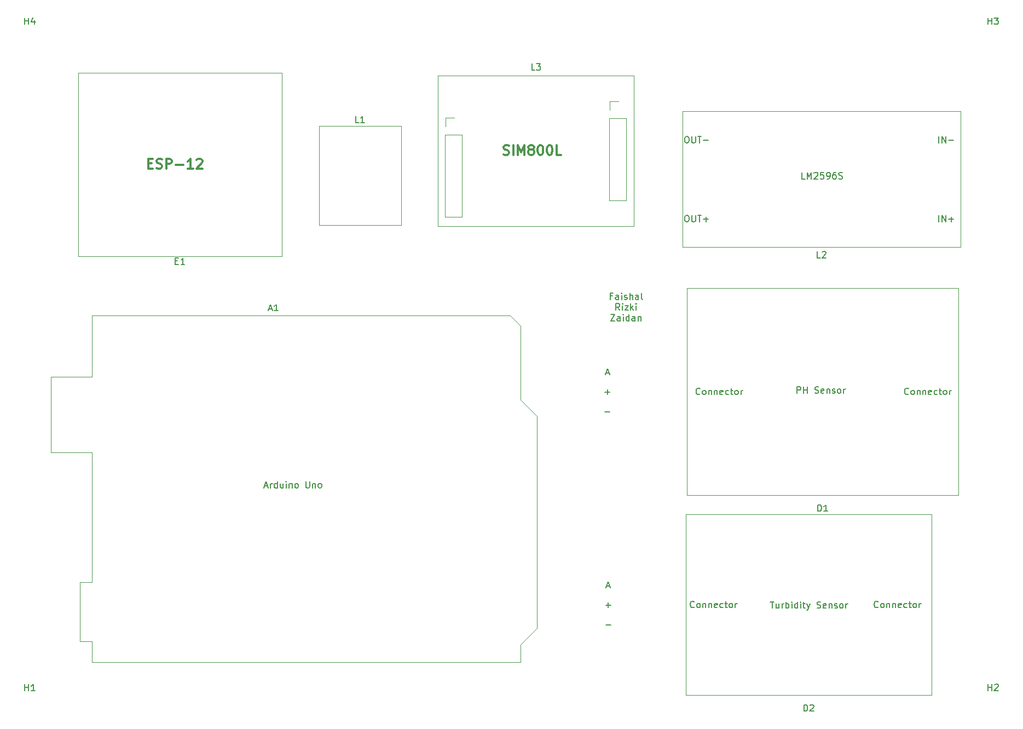
<source format=gbr>
%TF.GenerationSoftware,KiCad,Pcbnew,(5.1.10)-1*%
%TF.CreationDate,2022-01-13T05:40:57+07:00*%
%TF.ProjectId,Atuph,41747570-682e-46b6-9963-61645f706362,rev?*%
%TF.SameCoordinates,Original*%
%TF.FileFunction,Legend,Top*%
%TF.FilePolarity,Positive*%
%FSLAX46Y46*%
G04 Gerber Fmt 4.6, Leading zero omitted, Abs format (unit mm)*
G04 Created by KiCad (PCBNEW (5.1.10)-1) date 2022-01-13 05:40:57*
%MOMM*%
%LPD*%
G01*
G04 APERTURE LIST*
%ADD10C,0.150000*%
%ADD11C,0.300000*%
%ADD12C,0.120000*%
G04 APERTURE END LIST*
D10*
X167108952Y-71449571D02*
X166775619Y-71449571D01*
X166775619Y-71973380D02*
X166775619Y-70973380D01*
X167251809Y-70973380D01*
X168061333Y-71973380D02*
X168061333Y-71449571D01*
X168013714Y-71354333D01*
X167918476Y-71306714D01*
X167728000Y-71306714D01*
X167632761Y-71354333D01*
X168061333Y-71925761D02*
X167966095Y-71973380D01*
X167728000Y-71973380D01*
X167632761Y-71925761D01*
X167585142Y-71830523D01*
X167585142Y-71735285D01*
X167632761Y-71640047D01*
X167728000Y-71592428D01*
X167966095Y-71592428D01*
X168061333Y-71544809D01*
X168537523Y-71973380D02*
X168537523Y-71306714D01*
X168537523Y-70973380D02*
X168489904Y-71021000D01*
X168537523Y-71068619D01*
X168585142Y-71021000D01*
X168537523Y-70973380D01*
X168537523Y-71068619D01*
X168966095Y-71925761D02*
X169061333Y-71973380D01*
X169251809Y-71973380D01*
X169347047Y-71925761D01*
X169394666Y-71830523D01*
X169394666Y-71782904D01*
X169347047Y-71687666D01*
X169251809Y-71640047D01*
X169108952Y-71640047D01*
X169013714Y-71592428D01*
X168966095Y-71497190D01*
X168966095Y-71449571D01*
X169013714Y-71354333D01*
X169108952Y-71306714D01*
X169251809Y-71306714D01*
X169347047Y-71354333D01*
X169823238Y-71973380D02*
X169823238Y-70973380D01*
X170251809Y-71973380D02*
X170251809Y-71449571D01*
X170204190Y-71354333D01*
X170108952Y-71306714D01*
X169966095Y-71306714D01*
X169870857Y-71354333D01*
X169823238Y-71401952D01*
X171156571Y-71973380D02*
X171156571Y-71449571D01*
X171108952Y-71354333D01*
X171013714Y-71306714D01*
X170823238Y-71306714D01*
X170728000Y-71354333D01*
X171156571Y-71925761D02*
X171061333Y-71973380D01*
X170823238Y-71973380D01*
X170728000Y-71925761D01*
X170680380Y-71830523D01*
X170680380Y-71735285D01*
X170728000Y-71640047D01*
X170823238Y-71592428D01*
X171061333Y-71592428D01*
X171156571Y-71544809D01*
X171775619Y-71973380D02*
X171680380Y-71925761D01*
X171632761Y-71830523D01*
X171632761Y-70973380D01*
X168251809Y-73623380D02*
X167918476Y-73147190D01*
X167680380Y-73623380D02*
X167680380Y-72623380D01*
X168061333Y-72623380D01*
X168156571Y-72671000D01*
X168204190Y-72718619D01*
X168251809Y-72813857D01*
X168251809Y-72956714D01*
X168204190Y-73051952D01*
X168156571Y-73099571D01*
X168061333Y-73147190D01*
X167680380Y-73147190D01*
X168680380Y-73623380D02*
X168680380Y-72956714D01*
X168680380Y-72623380D02*
X168632761Y-72671000D01*
X168680380Y-72718619D01*
X168728000Y-72671000D01*
X168680380Y-72623380D01*
X168680380Y-72718619D01*
X169061333Y-72956714D02*
X169585142Y-72956714D01*
X169061333Y-73623380D01*
X169585142Y-73623380D01*
X169966095Y-73623380D02*
X169966095Y-72623380D01*
X170061333Y-73242428D02*
X170347047Y-73623380D01*
X170347047Y-72956714D02*
X169966095Y-73337666D01*
X170775619Y-73623380D02*
X170775619Y-72956714D01*
X170775619Y-72623380D02*
X170728000Y-72671000D01*
X170775619Y-72718619D01*
X170823238Y-72671000D01*
X170775619Y-72623380D01*
X170775619Y-72718619D01*
X166847047Y-74273380D02*
X167513714Y-74273380D01*
X166847047Y-75273380D01*
X167513714Y-75273380D01*
X168323238Y-75273380D02*
X168323238Y-74749571D01*
X168275619Y-74654333D01*
X168180380Y-74606714D01*
X167989904Y-74606714D01*
X167894666Y-74654333D01*
X168323238Y-75225761D02*
X168228000Y-75273380D01*
X167989904Y-75273380D01*
X167894666Y-75225761D01*
X167847047Y-75130523D01*
X167847047Y-75035285D01*
X167894666Y-74940047D01*
X167989904Y-74892428D01*
X168228000Y-74892428D01*
X168323238Y-74844809D01*
X168799428Y-75273380D02*
X168799428Y-74606714D01*
X168799428Y-74273380D02*
X168751809Y-74321000D01*
X168799428Y-74368619D01*
X168847047Y-74321000D01*
X168799428Y-74273380D01*
X168799428Y-74368619D01*
X169704190Y-75273380D02*
X169704190Y-74273380D01*
X169704190Y-75225761D02*
X169608952Y-75273380D01*
X169418476Y-75273380D01*
X169323238Y-75225761D01*
X169275619Y-75178142D01*
X169228000Y-75082904D01*
X169228000Y-74797190D01*
X169275619Y-74701952D01*
X169323238Y-74654333D01*
X169418476Y-74606714D01*
X169608952Y-74606714D01*
X169704190Y-74654333D01*
X170608952Y-75273380D02*
X170608952Y-74749571D01*
X170561333Y-74654333D01*
X170466095Y-74606714D01*
X170275619Y-74606714D01*
X170180380Y-74654333D01*
X170608952Y-75225761D02*
X170513714Y-75273380D01*
X170275619Y-75273380D01*
X170180380Y-75225761D01*
X170132761Y-75130523D01*
X170132761Y-75035285D01*
X170180380Y-74940047D01*
X170275619Y-74892428D01*
X170513714Y-74892428D01*
X170608952Y-74844809D01*
X171085142Y-74606714D02*
X171085142Y-75273380D01*
X171085142Y-74701952D02*
X171132761Y-74654333D01*
X171228000Y-74606714D01*
X171370857Y-74606714D01*
X171466095Y-74654333D01*
X171513714Y-74749571D01*
X171513714Y-75273380D01*
X113329238Y-100814666D02*
X113805428Y-100814666D01*
X113234000Y-101100380D02*
X113567333Y-100100380D01*
X113900666Y-101100380D01*
X114234000Y-101100380D02*
X114234000Y-100433714D01*
X114234000Y-100624190D02*
X114281619Y-100528952D01*
X114329238Y-100481333D01*
X114424476Y-100433714D01*
X114519714Y-100433714D01*
X115281619Y-101100380D02*
X115281619Y-100100380D01*
X115281619Y-101052761D02*
X115186380Y-101100380D01*
X114995904Y-101100380D01*
X114900666Y-101052761D01*
X114853047Y-101005142D01*
X114805428Y-100909904D01*
X114805428Y-100624190D01*
X114853047Y-100528952D01*
X114900666Y-100481333D01*
X114995904Y-100433714D01*
X115186380Y-100433714D01*
X115281619Y-100481333D01*
X116186380Y-100433714D02*
X116186380Y-101100380D01*
X115757809Y-100433714D02*
X115757809Y-100957523D01*
X115805428Y-101052761D01*
X115900666Y-101100380D01*
X116043523Y-101100380D01*
X116138761Y-101052761D01*
X116186380Y-101005142D01*
X116662571Y-101100380D02*
X116662571Y-100433714D01*
X116662571Y-100100380D02*
X116614952Y-100148000D01*
X116662571Y-100195619D01*
X116710190Y-100148000D01*
X116662571Y-100100380D01*
X116662571Y-100195619D01*
X117138761Y-100433714D02*
X117138761Y-101100380D01*
X117138761Y-100528952D02*
X117186380Y-100481333D01*
X117281619Y-100433714D01*
X117424476Y-100433714D01*
X117519714Y-100481333D01*
X117567333Y-100576571D01*
X117567333Y-101100380D01*
X118186380Y-101100380D02*
X118091142Y-101052761D01*
X118043523Y-101005142D01*
X117995904Y-100909904D01*
X117995904Y-100624190D01*
X118043523Y-100528952D01*
X118091142Y-100481333D01*
X118186380Y-100433714D01*
X118329238Y-100433714D01*
X118424476Y-100481333D01*
X118472095Y-100528952D01*
X118519714Y-100624190D01*
X118519714Y-100909904D01*
X118472095Y-101005142D01*
X118424476Y-101052761D01*
X118329238Y-101100380D01*
X118186380Y-101100380D01*
X119710190Y-100100380D02*
X119710190Y-100909904D01*
X119757809Y-101005142D01*
X119805428Y-101052761D01*
X119900666Y-101100380D01*
X120091142Y-101100380D01*
X120186380Y-101052761D01*
X120234000Y-101005142D01*
X120281619Y-100909904D01*
X120281619Y-100100380D01*
X120757809Y-100433714D02*
X120757809Y-101100380D01*
X120757809Y-100528952D02*
X120805428Y-100481333D01*
X120900666Y-100433714D01*
X121043523Y-100433714D01*
X121138761Y-100481333D01*
X121186380Y-100576571D01*
X121186380Y-101100380D01*
X121805428Y-101100380D02*
X121710190Y-101052761D01*
X121662571Y-101005142D01*
X121614952Y-100909904D01*
X121614952Y-100624190D01*
X121662571Y-100528952D01*
X121710190Y-100481333D01*
X121805428Y-100433714D01*
X121948285Y-100433714D01*
X122043523Y-100481333D01*
X122091142Y-100528952D01*
X122138761Y-100624190D01*
X122138761Y-100909904D01*
X122091142Y-101005142D01*
X122043523Y-101052761D01*
X121948285Y-101100380D01*
X121805428Y-101100380D01*
X191532000Y-118700380D02*
X192103428Y-118700380D01*
X191817714Y-119700380D02*
X191817714Y-118700380D01*
X192865333Y-119033714D02*
X192865333Y-119700380D01*
X192436761Y-119033714D02*
X192436761Y-119557523D01*
X192484380Y-119652761D01*
X192579619Y-119700380D01*
X192722476Y-119700380D01*
X192817714Y-119652761D01*
X192865333Y-119605142D01*
X193341523Y-119700380D02*
X193341523Y-119033714D01*
X193341523Y-119224190D02*
X193389142Y-119128952D01*
X193436761Y-119081333D01*
X193532000Y-119033714D01*
X193627238Y-119033714D01*
X193960571Y-119700380D02*
X193960571Y-118700380D01*
X193960571Y-119081333D02*
X194055809Y-119033714D01*
X194246285Y-119033714D01*
X194341523Y-119081333D01*
X194389142Y-119128952D01*
X194436761Y-119224190D01*
X194436761Y-119509904D01*
X194389142Y-119605142D01*
X194341523Y-119652761D01*
X194246285Y-119700380D01*
X194055809Y-119700380D01*
X193960571Y-119652761D01*
X194865333Y-119700380D02*
X194865333Y-119033714D01*
X194865333Y-118700380D02*
X194817714Y-118748000D01*
X194865333Y-118795619D01*
X194912952Y-118748000D01*
X194865333Y-118700380D01*
X194865333Y-118795619D01*
X195770095Y-119700380D02*
X195770095Y-118700380D01*
X195770095Y-119652761D02*
X195674857Y-119700380D01*
X195484380Y-119700380D01*
X195389142Y-119652761D01*
X195341523Y-119605142D01*
X195293904Y-119509904D01*
X195293904Y-119224190D01*
X195341523Y-119128952D01*
X195389142Y-119081333D01*
X195484380Y-119033714D01*
X195674857Y-119033714D01*
X195770095Y-119081333D01*
X196246285Y-119700380D02*
X196246285Y-119033714D01*
X196246285Y-118700380D02*
X196198666Y-118748000D01*
X196246285Y-118795619D01*
X196293904Y-118748000D01*
X196246285Y-118700380D01*
X196246285Y-118795619D01*
X196579619Y-119033714D02*
X196960571Y-119033714D01*
X196722476Y-118700380D02*
X196722476Y-119557523D01*
X196770095Y-119652761D01*
X196865333Y-119700380D01*
X196960571Y-119700380D01*
X197198666Y-119033714D02*
X197436761Y-119700380D01*
X197674857Y-119033714D02*
X197436761Y-119700380D01*
X197341523Y-119938476D01*
X197293904Y-119986095D01*
X197198666Y-120033714D01*
X198770095Y-119652761D02*
X198912952Y-119700380D01*
X199151047Y-119700380D01*
X199246285Y-119652761D01*
X199293904Y-119605142D01*
X199341523Y-119509904D01*
X199341523Y-119414666D01*
X199293904Y-119319428D01*
X199246285Y-119271809D01*
X199151047Y-119224190D01*
X198960571Y-119176571D01*
X198865333Y-119128952D01*
X198817714Y-119081333D01*
X198770095Y-118986095D01*
X198770095Y-118890857D01*
X198817714Y-118795619D01*
X198865333Y-118748000D01*
X198960571Y-118700380D01*
X199198666Y-118700380D01*
X199341523Y-118748000D01*
X200151047Y-119652761D02*
X200055809Y-119700380D01*
X199865333Y-119700380D01*
X199770095Y-119652761D01*
X199722476Y-119557523D01*
X199722476Y-119176571D01*
X199770095Y-119081333D01*
X199865333Y-119033714D01*
X200055809Y-119033714D01*
X200151047Y-119081333D01*
X200198666Y-119176571D01*
X200198666Y-119271809D01*
X199722476Y-119367047D01*
X200627238Y-119033714D02*
X200627238Y-119700380D01*
X200627238Y-119128952D02*
X200674857Y-119081333D01*
X200770095Y-119033714D01*
X200912952Y-119033714D01*
X201008190Y-119081333D01*
X201055809Y-119176571D01*
X201055809Y-119700380D01*
X201484380Y-119652761D02*
X201579619Y-119700380D01*
X201770095Y-119700380D01*
X201865333Y-119652761D01*
X201912952Y-119557523D01*
X201912952Y-119509904D01*
X201865333Y-119414666D01*
X201770095Y-119367047D01*
X201627238Y-119367047D01*
X201532000Y-119319428D01*
X201484380Y-119224190D01*
X201484380Y-119176571D01*
X201532000Y-119081333D01*
X201627238Y-119033714D01*
X201770095Y-119033714D01*
X201865333Y-119081333D01*
X202484380Y-119700380D02*
X202389142Y-119652761D01*
X202341523Y-119605142D01*
X202293904Y-119509904D01*
X202293904Y-119224190D01*
X202341523Y-119128952D01*
X202389142Y-119081333D01*
X202484380Y-119033714D01*
X202627238Y-119033714D01*
X202722476Y-119081333D01*
X202770095Y-119128952D01*
X202817714Y-119224190D01*
X202817714Y-119509904D01*
X202770095Y-119605142D01*
X202722476Y-119652761D01*
X202627238Y-119700380D01*
X202484380Y-119700380D01*
X203246285Y-119700380D02*
X203246285Y-119033714D01*
X203246285Y-119224190D02*
X203293904Y-119128952D01*
X203341523Y-119081333D01*
X203436761Y-119033714D01*
X203532000Y-119033714D01*
X195669523Y-86475380D02*
X195669523Y-85475380D01*
X196050476Y-85475380D01*
X196145714Y-85523000D01*
X196193333Y-85570619D01*
X196240952Y-85665857D01*
X196240952Y-85808714D01*
X196193333Y-85903952D01*
X196145714Y-85951571D01*
X196050476Y-85999190D01*
X195669523Y-85999190D01*
X196669523Y-86475380D02*
X196669523Y-85475380D01*
X196669523Y-85951571D02*
X197240952Y-85951571D01*
X197240952Y-86475380D02*
X197240952Y-85475380D01*
X198431428Y-86427761D02*
X198574285Y-86475380D01*
X198812380Y-86475380D01*
X198907619Y-86427761D01*
X198955238Y-86380142D01*
X199002857Y-86284904D01*
X199002857Y-86189666D01*
X198955238Y-86094428D01*
X198907619Y-86046809D01*
X198812380Y-85999190D01*
X198621904Y-85951571D01*
X198526666Y-85903952D01*
X198479047Y-85856333D01*
X198431428Y-85761095D01*
X198431428Y-85665857D01*
X198479047Y-85570619D01*
X198526666Y-85523000D01*
X198621904Y-85475380D01*
X198860000Y-85475380D01*
X199002857Y-85523000D01*
X199812380Y-86427761D02*
X199717142Y-86475380D01*
X199526666Y-86475380D01*
X199431428Y-86427761D01*
X199383809Y-86332523D01*
X199383809Y-85951571D01*
X199431428Y-85856333D01*
X199526666Y-85808714D01*
X199717142Y-85808714D01*
X199812380Y-85856333D01*
X199860000Y-85951571D01*
X199860000Y-86046809D01*
X199383809Y-86142047D01*
X200288571Y-85808714D02*
X200288571Y-86475380D01*
X200288571Y-85903952D02*
X200336190Y-85856333D01*
X200431428Y-85808714D01*
X200574285Y-85808714D01*
X200669523Y-85856333D01*
X200717142Y-85951571D01*
X200717142Y-86475380D01*
X201145714Y-86427761D02*
X201240952Y-86475380D01*
X201431428Y-86475380D01*
X201526666Y-86427761D01*
X201574285Y-86332523D01*
X201574285Y-86284904D01*
X201526666Y-86189666D01*
X201431428Y-86142047D01*
X201288571Y-86142047D01*
X201193333Y-86094428D01*
X201145714Y-85999190D01*
X201145714Y-85951571D01*
X201193333Y-85856333D01*
X201288571Y-85808714D01*
X201431428Y-85808714D01*
X201526666Y-85856333D01*
X202145714Y-86475380D02*
X202050476Y-86427761D01*
X202002857Y-86380142D01*
X201955238Y-86284904D01*
X201955238Y-85999190D01*
X202002857Y-85903952D01*
X202050476Y-85856333D01*
X202145714Y-85808714D01*
X202288571Y-85808714D01*
X202383809Y-85856333D01*
X202431428Y-85903952D01*
X202479047Y-85999190D01*
X202479047Y-86284904D01*
X202431428Y-86380142D01*
X202383809Y-86427761D01*
X202288571Y-86475380D01*
X202145714Y-86475380D01*
X202907619Y-86475380D02*
X202907619Y-85808714D01*
X202907619Y-85999190D02*
X202955238Y-85903952D01*
X203002857Y-85856333D01*
X203098095Y-85808714D01*
X203193333Y-85808714D01*
X196905142Y-53346380D02*
X196428952Y-53346380D01*
X196428952Y-52346380D01*
X197238476Y-53346380D02*
X197238476Y-52346380D01*
X197571809Y-53060666D01*
X197905142Y-52346380D01*
X197905142Y-53346380D01*
X198333714Y-52441619D02*
X198381333Y-52394000D01*
X198476571Y-52346380D01*
X198714666Y-52346380D01*
X198809904Y-52394000D01*
X198857523Y-52441619D01*
X198905142Y-52536857D01*
X198905142Y-52632095D01*
X198857523Y-52774952D01*
X198286095Y-53346380D01*
X198905142Y-53346380D01*
X199809904Y-52346380D02*
X199333714Y-52346380D01*
X199286095Y-52822571D01*
X199333714Y-52774952D01*
X199428952Y-52727333D01*
X199667047Y-52727333D01*
X199762285Y-52774952D01*
X199809904Y-52822571D01*
X199857523Y-52917809D01*
X199857523Y-53155904D01*
X199809904Y-53251142D01*
X199762285Y-53298761D01*
X199667047Y-53346380D01*
X199428952Y-53346380D01*
X199333714Y-53298761D01*
X199286095Y-53251142D01*
X200333714Y-53346380D02*
X200524190Y-53346380D01*
X200619428Y-53298761D01*
X200667047Y-53251142D01*
X200762285Y-53108285D01*
X200809904Y-52917809D01*
X200809904Y-52536857D01*
X200762285Y-52441619D01*
X200714666Y-52394000D01*
X200619428Y-52346380D01*
X200428952Y-52346380D01*
X200333714Y-52394000D01*
X200286095Y-52441619D01*
X200238476Y-52536857D01*
X200238476Y-52774952D01*
X200286095Y-52870190D01*
X200333714Y-52917809D01*
X200428952Y-52965428D01*
X200619428Y-52965428D01*
X200714666Y-52917809D01*
X200762285Y-52870190D01*
X200809904Y-52774952D01*
X201667047Y-52346380D02*
X201476571Y-52346380D01*
X201381333Y-52394000D01*
X201333714Y-52441619D01*
X201238476Y-52584476D01*
X201190857Y-52774952D01*
X201190857Y-53155904D01*
X201238476Y-53251142D01*
X201286095Y-53298761D01*
X201381333Y-53346380D01*
X201571809Y-53346380D01*
X201667047Y-53298761D01*
X201714666Y-53251142D01*
X201762285Y-53155904D01*
X201762285Y-52917809D01*
X201714666Y-52822571D01*
X201667047Y-52774952D01*
X201571809Y-52727333D01*
X201381333Y-52727333D01*
X201286095Y-52774952D01*
X201238476Y-52822571D01*
X201190857Y-52917809D01*
X202143238Y-53298761D02*
X202286095Y-53346380D01*
X202524190Y-53346380D01*
X202619428Y-53298761D01*
X202667047Y-53251142D01*
X202714666Y-53155904D01*
X202714666Y-53060666D01*
X202667047Y-52965428D01*
X202619428Y-52917809D01*
X202524190Y-52870190D01*
X202333714Y-52822571D01*
X202238476Y-52774952D01*
X202190857Y-52727333D01*
X202143238Y-52632095D01*
X202143238Y-52536857D01*
X202190857Y-52441619D01*
X202238476Y-52394000D01*
X202333714Y-52346380D01*
X202571809Y-52346380D01*
X202714666Y-52394000D01*
D11*
X150274142Y-49552142D02*
X150488428Y-49623571D01*
X150845571Y-49623571D01*
X150988428Y-49552142D01*
X151059857Y-49480714D01*
X151131285Y-49337857D01*
X151131285Y-49195000D01*
X151059857Y-49052142D01*
X150988428Y-48980714D01*
X150845571Y-48909285D01*
X150559857Y-48837857D01*
X150417000Y-48766428D01*
X150345571Y-48695000D01*
X150274142Y-48552142D01*
X150274142Y-48409285D01*
X150345571Y-48266428D01*
X150417000Y-48195000D01*
X150559857Y-48123571D01*
X150917000Y-48123571D01*
X151131285Y-48195000D01*
X151774142Y-49623571D02*
X151774142Y-48123571D01*
X152488428Y-49623571D02*
X152488428Y-48123571D01*
X152988428Y-49195000D01*
X153488428Y-48123571D01*
X153488428Y-49623571D01*
X154417000Y-48766428D02*
X154274142Y-48695000D01*
X154202714Y-48623571D01*
X154131285Y-48480714D01*
X154131285Y-48409285D01*
X154202714Y-48266428D01*
X154274142Y-48195000D01*
X154417000Y-48123571D01*
X154702714Y-48123571D01*
X154845571Y-48195000D01*
X154917000Y-48266428D01*
X154988428Y-48409285D01*
X154988428Y-48480714D01*
X154917000Y-48623571D01*
X154845571Y-48695000D01*
X154702714Y-48766428D01*
X154417000Y-48766428D01*
X154274142Y-48837857D01*
X154202714Y-48909285D01*
X154131285Y-49052142D01*
X154131285Y-49337857D01*
X154202714Y-49480714D01*
X154274142Y-49552142D01*
X154417000Y-49623571D01*
X154702714Y-49623571D01*
X154845571Y-49552142D01*
X154917000Y-49480714D01*
X154988428Y-49337857D01*
X154988428Y-49052142D01*
X154917000Y-48909285D01*
X154845571Y-48837857D01*
X154702714Y-48766428D01*
X155917000Y-48123571D02*
X156059857Y-48123571D01*
X156202714Y-48195000D01*
X156274142Y-48266428D01*
X156345571Y-48409285D01*
X156417000Y-48695000D01*
X156417000Y-49052142D01*
X156345571Y-49337857D01*
X156274142Y-49480714D01*
X156202714Y-49552142D01*
X156059857Y-49623571D01*
X155917000Y-49623571D01*
X155774142Y-49552142D01*
X155702714Y-49480714D01*
X155631285Y-49337857D01*
X155559857Y-49052142D01*
X155559857Y-48695000D01*
X155631285Y-48409285D01*
X155702714Y-48266428D01*
X155774142Y-48195000D01*
X155917000Y-48123571D01*
X157345571Y-48123571D02*
X157488428Y-48123571D01*
X157631285Y-48195000D01*
X157702714Y-48266428D01*
X157774142Y-48409285D01*
X157845571Y-48695000D01*
X157845571Y-49052142D01*
X157774142Y-49337857D01*
X157702714Y-49480714D01*
X157631285Y-49552142D01*
X157488428Y-49623571D01*
X157345571Y-49623571D01*
X157202714Y-49552142D01*
X157131285Y-49480714D01*
X157059857Y-49337857D01*
X156988428Y-49052142D01*
X156988428Y-48695000D01*
X157059857Y-48409285D01*
X157131285Y-48266428D01*
X157202714Y-48195000D01*
X157345571Y-48123571D01*
X159202714Y-49623571D02*
X158488428Y-49623571D01*
X158488428Y-48123571D01*
X95325142Y-50949857D02*
X95825142Y-50949857D01*
X96039428Y-51735571D02*
X95325142Y-51735571D01*
X95325142Y-50235571D01*
X96039428Y-50235571D01*
X96610857Y-51664142D02*
X96825142Y-51735571D01*
X97182285Y-51735571D01*
X97325142Y-51664142D01*
X97396571Y-51592714D01*
X97468000Y-51449857D01*
X97468000Y-51307000D01*
X97396571Y-51164142D01*
X97325142Y-51092714D01*
X97182285Y-51021285D01*
X96896571Y-50949857D01*
X96753714Y-50878428D01*
X96682285Y-50807000D01*
X96610857Y-50664142D01*
X96610857Y-50521285D01*
X96682285Y-50378428D01*
X96753714Y-50307000D01*
X96896571Y-50235571D01*
X97253714Y-50235571D01*
X97468000Y-50307000D01*
X98110857Y-51735571D02*
X98110857Y-50235571D01*
X98682285Y-50235571D01*
X98825142Y-50307000D01*
X98896571Y-50378428D01*
X98968000Y-50521285D01*
X98968000Y-50735571D01*
X98896571Y-50878428D01*
X98825142Y-50949857D01*
X98682285Y-51021285D01*
X98110857Y-51021285D01*
X99610857Y-51164142D02*
X100753714Y-51164142D01*
X102253714Y-51735571D02*
X101396571Y-51735571D01*
X101825142Y-51735571D02*
X101825142Y-50235571D01*
X101682285Y-50449857D01*
X101539428Y-50592714D01*
X101396571Y-50664142D01*
X102825142Y-50378428D02*
X102896571Y-50307000D01*
X103039428Y-50235571D01*
X103396571Y-50235571D01*
X103539428Y-50307000D01*
X103610857Y-50378428D01*
X103682285Y-50521285D01*
X103682285Y-50664142D01*
X103610857Y-50878428D01*
X102753714Y-51735571D01*
X103682285Y-51735571D01*
D12*
%TO.C,A1*%
X86628000Y-128017000D02*
X152928000Y-128017000D01*
X86628000Y-83945000D02*
X80278000Y-83945000D01*
X155468000Y-90037000D02*
X152928000Y-87497000D01*
X80278000Y-83945000D02*
X80278000Y-95625000D01*
X86628000Y-74417000D02*
X86628000Y-83947000D01*
X86626000Y-124841000D02*
X84726000Y-124841000D01*
X152928000Y-128017000D02*
X152928000Y-125347000D01*
X84726000Y-115695000D02*
X84726000Y-124835000D01*
X152928000Y-87497000D02*
X152928000Y-76067000D01*
X155468000Y-122807000D02*
X152928000Y-125347000D01*
X84728000Y-115695000D02*
X86628000Y-115695000D01*
X80278000Y-95625000D02*
X86628000Y-95625000D01*
X86628000Y-95625000D02*
X86628000Y-115695000D01*
X86628000Y-124837000D02*
X86628000Y-128017000D01*
X86628000Y-74417000D02*
X151278000Y-74417000D01*
X152928000Y-76067000D02*
X151278000Y-74417000D01*
X155468000Y-122807000D02*
X155468000Y-90037000D01*
%TO.C,L1*%
X134414000Y-60467000D02*
X121714000Y-60467000D01*
X134414000Y-45167000D02*
X134414000Y-60467000D01*
X121714000Y-45167000D02*
X134414000Y-45167000D01*
X121714000Y-45167000D02*
X121714000Y-60467000D01*
%TO.C,E1*%
X84468000Y-36917000D02*
X115968000Y-36917000D01*
X84468000Y-65317000D02*
X84468000Y-36917000D01*
X115968000Y-65317000D02*
X84468000Y-65317000D01*
X115968000Y-65317000D02*
X115968000Y-36917000D01*
%TO.C,D1*%
X220627000Y-102231000D02*
X178627000Y-102231000D01*
X220627000Y-102231000D02*
X220627000Y-70231000D01*
X220627000Y-70231000D02*
X178627000Y-70231000D01*
X178627000Y-102231000D02*
X178627000Y-70231000D01*
%TO.C,D2*%
X216478000Y-133168000D02*
X178478000Y-133168000D01*
X178478000Y-133168000D02*
X178478000Y-105168000D01*
X216478000Y-105168000D02*
X178478000Y-105168000D01*
X216478000Y-133168000D02*
X216478000Y-105168000D01*
%TO.C,L3*%
X141222000Y-46498000D02*
X141222000Y-59258000D01*
X141342000Y-45228000D02*
X141342000Y-43898000D01*
X141222000Y-46498000D02*
X143882000Y-46498000D01*
X143882000Y-46498000D02*
X143882000Y-59258000D01*
X141342000Y-43898000D02*
X142672000Y-43898000D01*
X141222000Y-59258000D02*
X143882000Y-59258000D01*
X140162000Y-60688000D02*
X140162000Y-37388000D01*
X170462000Y-60688000D02*
X140162000Y-60688000D01*
X170462000Y-37388000D02*
X170462000Y-60688000D01*
X140162000Y-37388000D02*
X170462000Y-37388000D01*
X166622000Y-56718000D02*
X169282000Y-56718000D01*
X166742000Y-41358000D02*
X168072000Y-41358000D01*
X169282000Y-43958000D02*
X169282000Y-56718000D01*
X166622000Y-43958000D02*
X169282000Y-43958000D01*
X166742000Y-42688000D02*
X166742000Y-41358000D01*
X166622000Y-43958000D02*
X166622000Y-56718000D01*
%TO.C,L2*%
X220967000Y-63914000D02*
X220967000Y-42914000D01*
X220967000Y-42914000D02*
X177967000Y-42914000D01*
X177967000Y-63914000D02*
X177967000Y-42914000D01*
X220967000Y-63914000D02*
X177967000Y-63914000D01*
%TO.C,A1*%
D10*
X113983714Y-73443666D02*
X114459904Y-73443666D01*
X113888476Y-73729380D02*
X114221809Y-72729380D01*
X114555142Y-73729380D01*
X115412285Y-73729380D02*
X114840857Y-73729380D01*
X115126571Y-73729380D02*
X115126571Y-72729380D01*
X115031333Y-72872238D01*
X114936095Y-72967476D01*
X114840857Y-73015095D01*
%TO.C,L1*%
X127897333Y-44625380D02*
X127421142Y-44625380D01*
X127421142Y-43625380D01*
X128754476Y-44625380D02*
X128183047Y-44625380D01*
X128468761Y-44625380D02*
X128468761Y-43625380D01*
X128373523Y-43768238D01*
X128278285Y-43863476D01*
X128183047Y-43911095D01*
%TO.C,E1*%
X99527523Y-66031571D02*
X99860857Y-66031571D01*
X100003714Y-66555380D02*
X99527523Y-66555380D01*
X99527523Y-65555380D01*
X100003714Y-65555380D01*
X100956095Y-66555380D02*
X100384666Y-66555380D01*
X100670380Y-66555380D02*
X100670380Y-65555380D01*
X100575142Y-65698238D01*
X100479904Y-65793476D01*
X100384666Y-65841095D01*
%TO.C,H4*%
X76238095Y-29452380D02*
X76238095Y-28452380D01*
X76238095Y-28928571D02*
X76809523Y-28928571D01*
X76809523Y-29452380D02*
X76809523Y-28452380D01*
X77714285Y-28785714D02*
X77714285Y-29452380D01*
X77476190Y-28404761D02*
X77238095Y-29119047D01*
X77857142Y-29119047D01*
%TO.C,H3*%
X225238095Y-29452380D02*
X225238095Y-28452380D01*
X225238095Y-28928571D02*
X225809523Y-28928571D01*
X225809523Y-29452380D02*
X225809523Y-28452380D01*
X226190476Y-28452380D02*
X226809523Y-28452380D01*
X226476190Y-28833333D01*
X226619047Y-28833333D01*
X226714285Y-28880952D01*
X226761904Y-28928571D01*
X226809523Y-29023809D01*
X226809523Y-29261904D01*
X226761904Y-29357142D01*
X226714285Y-29404761D01*
X226619047Y-29452380D01*
X226333333Y-29452380D01*
X226238095Y-29404761D01*
X226190476Y-29357142D01*
%TO.C,H2*%
X225238095Y-132452380D02*
X225238095Y-131452380D01*
X225238095Y-131928571D02*
X225809523Y-131928571D01*
X225809523Y-132452380D02*
X225809523Y-131452380D01*
X226238095Y-131547619D02*
X226285714Y-131500000D01*
X226380952Y-131452380D01*
X226619047Y-131452380D01*
X226714285Y-131500000D01*
X226761904Y-131547619D01*
X226809523Y-131642857D01*
X226809523Y-131738095D01*
X226761904Y-131880952D01*
X226190476Y-132452380D01*
X226809523Y-132452380D01*
%TO.C,H1*%
X76238095Y-132452380D02*
X76238095Y-131452380D01*
X76238095Y-131928571D02*
X76809523Y-131928571D01*
X76809523Y-132452380D02*
X76809523Y-131452380D01*
X77809523Y-132452380D02*
X77238095Y-132452380D01*
X77523809Y-132452380D02*
X77523809Y-131452380D01*
X77428571Y-131595238D01*
X77333333Y-131690476D01*
X77238095Y-131738095D01*
%TO.C,D1*%
X198888904Y-104717380D02*
X198888904Y-103717380D01*
X199127000Y-103717380D01*
X199269857Y-103765000D01*
X199365095Y-103860238D01*
X199412714Y-103955476D01*
X199460333Y-104145952D01*
X199460333Y-104288809D01*
X199412714Y-104479285D01*
X199365095Y-104574523D01*
X199269857Y-104669761D01*
X199127000Y-104717380D01*
X198888904Y-104717380D01*
X200412714Y-104717380D02*
X199841285Y-104717380D01*
X200127000Y-104717380D02*
X200127000Y-103717380D01*
X200031761Y-103860238D01*
X199936523Y-103955476D01*
X199841285Y-104003095D01*
X165972047Y-89350428D02*
X166733952Y-89350428D01*
X165972047Y-86302428D02*
X166733952Y-86302428D01*
X166353000Y-86683380D02*
X166353000Y-85921476D01*
X166114904Y-83349666D02*
X166591095Y-83349666D01*
X166019666Y-83635380D02*
X166353000Y-82635380D01*
X166686333Y-83635380D01*
X212930619Y-86588142D02*
X212883000Y-86635761D01*
X212740142Y-86683380D01*
X212644904Y-86683380D01*
X212502047Y-86635761D01*
X212406809Y-86540523D01*
X212359190Y-86445285D01*
X212311571Y-86254809D01*
X212311571Y-86111952D01*
X212359190Y-85921476D01*
X212406809Y-85826238D01*
X212502047Y-85731000D01*
X212644904Y-85683380D01*
X212740142Y-85683380D01*
X212883000Y-85731000D01*
X212930619Y-85778619D01*
X213502047Y-86683380D02*
X213406809Y-86635761D01*
X213359190Y-86588142D01*
X213311571Y-86492904D01*
X213311571Y-86207190D01*
X213359190Y-86111952D01*
X213406809Y-86064333D01*
X213502047Y-86016714D01*
X213644904Y-86016714D01*
X213740142Y-86064333D01*
X213787761Y-86111952D01*
X213835380Y-86207190D01*
X213835380Y-86492904D01*
X213787761Y-86588142D01*
X213740142Y-86635761D01*
X213644904Y-86683380D01*
X213502047Y-86683380D01*
X214263952Y-86016714D02*
X214263952Y-86683380D01*
X214263952Y-86111952D02*
X214311571Y-86064333D01*
X214406809Y-86016714D01*
X214549666Y-86016714D01*
X214644904Y-86064333D01*
X214692523Y-86159571D01*
X214692523Y-86683380D01*
X215168714Y-86016714D02*
X215168714Y-86683380D01*
X215168714Y-86111952D02*
X215216333Y-86064333D01*
X215311571Y-86016714D01*
X215454428Y-86016714D01*
X215549666Y-86064333D01*
X215597285Y-86159571D01*
X215597285Y-86683380D01*
X216454428Y-86635761D02*
X216359190Y-86683380D01*
X216168714Y-86683380D01*
X216073476Y-86635761D01*
X216025857Y-86540523D01*
X216025857Y-86159571D01*
X216073476Y-86064333D01*
X216168714Y-86016714D01*
X216359190Y-86016714D01*
X216454428Y-86064333D01*
X216502047Y-86159571D01*
X216502047Y-86254809D01*
X216025857Y-86350047D01*
X217359190Y-86635761D02*
X217263952Y-86683380D01*
X217073476Y-86683380D01*
X216978238Y-86635761D01*
X216930619Y-86588142D01*
X216883000Y-86492904D01*
X216883000Y-86207190D01*
X216930619Y-86111952D01*
X216978238Y-86064333D01*
X217073476Y-86016714D01*
X217263952Y-86016714D01*
X217359190Y-86064333D01*
X217644904Y-86016714D02*
X218025857Y-86016714D01*
X217787761Y-85683380D02*
X217787761Y-86540523D01*
X217835380Y-86635761D01*
X217930619Y-86683380D01*
X218025857Y-86683380D01*
X218502047Y-86683380D02*
X218406809Y-86635761D01*
X218359190Y-86588142D01*
X218311571Y-86492904D01*
X218311571Y-86207190D01*
X218359190Y-86111952D01*
X218406809Y-86064333D01*
X218502047Y-86016714D01*
X218644904Y-86016714D01*
X218740142Y-86064333D01*
X218787761Y-86111952D01*
X218835380Y-86207190D01*
X218835380Y-86492904D01*
X218787761Y-86588142D01*
X218740142Y-86635761D01*
X218644904Y-86683380D01*
X218502047Y-86683380D01*
X219263952Y-86683380D02*
X219263952Y-86016714D01*
X219263952Y-86207190D02*
X219311571Y-86111952D01*
X219359190Y-86064333D01*
X219454428Y-86016714D01*
X219549666Y-86016714D01*
X180672619Y-86588142D02*
X180625000Y-86635761D01*
X180482142Y-86683380D01*
X180386904Y-86683380D01*
X180244047Y-86635761D01*
X180148809Y-86540523D01*
X180101190Y-86445285D01*
X180053571Y-86254809D01*
X180053571Y-86111952D01*
X180101190Y-85921476D01*
X180148809Y-85826238D01*
X180244047Y-85731000D01*
X180386904Y-85683380D01*
X180482142Y-85683380D01*
X180625000Y-85731000D01*
X180672619Y-85778619D01*
X181244047Y-86683380D02*
X181148809Y-86635761D01*
X181101190Y-86588142D01*
X181053571Y-86492904D01*
X181053571Y-86207190D01*
X181101190Y-86111952D01*
X181148809Y-86064333D01*
X181244047Y-86016714D01*
X181386904Y-86016714D01*
X181482142Y-86064333D01*
X181529761Y-86111952D01*
X181577380Y-86207190D01*
X181577380Y-86492904D01*
X181529761Y-86588142D01*
X181482142Y-86635761D01*
X181386904Y-86683380D01*
X181244047Y-86683380D01*
X182005952Y-86016714D02*
X182005952Y-86683380D01*
X182005952Y-86111952D02*
X182053571Y-86064333D01*
X182148809Y-86016714D01*
X182291666Y-86016714D01*
X182386904Y-86064333D01*
X182434523Y-86159571D01*
X182434523Y-86683380D01*
X182910714Y-86016714D02*
X182910714Y-86683380D01*
X182910714Y-86111952D02*
X182958333Y-86064333D01*
X183053571Y-86016714D01*
X183196428Y-86016714D01*
X183291666Y-86064333D01*
X183339285Y-86159571D01*
X183339285Y-86683380D01*
X184196428Y-86635761D02*
X184101190Y-86683380D01*
X183910714Y-86683380D01*
X183815476Y-86635761D01*
X183767857Y-86540523D01*
X183767857Y-86159571D01*
X183815476Y-86064333D01*
X183910714Y-86016714D01*
X184101190Y-86016714D01*
X184196428Y-86064333D01*
X184244047Y-86159571D01*
X184244047Y-86254809D01*
X183767857Y-86350047D01*
X185101190Y-86635761D02*
X185005952Y-86683380D01*
X184815476Y-86683380D01*
X184720238Y-86635761D01*
X184672619Y-86588142D01*
X184625000Y-86492904D01*
X184625000Y-86207190D01*
X184672619Y-86111952D01*
X184720238Y-86064333D01*
X184815476Y-86016714D01*
X185005952Y-86016714D01*
X185101190Y-86064333D01*
X185386904Y-86016714D02*
X185767857Y-86016714D01*
X185529761Y-85683380D02*
X185529761Y-86540523D01*
X185577380Y-86635761D01*
X185672619Y-86683380D01*
X185767857Y-86683380D01*
X186244047Y-86683380D02*
X186148809Y-86635761D01*
X186101190Y-86588142D01*
X186053571Y-86492904D01*
X186053571Y-86207190D01*
X186101190Y-86111952D01*
X186148809Y-86064333D01*
X186244047Y-86016714D01*
X186386904Y-86016714D01*
X186482142Y-86064333D01*
X186529761Y-86111952D01*
X186577380Y-86207190D01*
X186577380Y-86492904D01*
X186529761Y-86588142D01*
X186482142Y-86635761D01*
X186386904Y-86683380D01*
X186244047Y-86683380D01*
X187005952Y-86683380D02*
X187005952Y-86016714D01*
X187005952Y-86207190D02*
X187053571Y-86111952D01*
X187101190Y-86064333D01*
X187196428Y-86016714D01*
X187291666Y-86016714D01*
%TO.C,D2*%
X196739904Y-135622380D02*
X196739904Y-134622380D01*
X196978000Y-134622380D01*
X197120857Y-134670000D01*
X197216095Y-134765238D01*
X197263714Y-134860476D01*
X197311333Y-135050952D01*
X197311333Y-135193809D01*
X197263714Y-135384285D01*
X197216095Y-135479523D01*
X197120857Y-135574761D01*
X196978000Y-135622380D01*
X196739904Y-135622380D01*
X197692285Y-134717619D02*
X197739904Y-134670000D01*
X197835142Y-134622380D01*
X198073238Y-134622380D01*
X198168476Y-134670000D01*
X198216095Y-134717619D01*
X198263714Y-134812857D01*
X198263714Y-134908095D01*
X198216095Y-135050952D01*
X197644666Y-135622380D01*
X198263714Y-135622380D01*
X166109047Y-122287428D02*
X166870952Y-122287428D01*
X166251904Y-116286666D02*
X166728095Y-116286666D01*
X166156666Y-116572380D02*
X166490000Y-115572380D01*
X166823333Y-116572380D01*
X166109047Y-119239428D02*
X166870952Y-119239428D01*
X166490000Y-119620380D02*
X166490000Y-118858476D01*
X208241619Y-119525142D02*
X208194000Y-119572761D01*
X208051142Y-119620380D01*
X207955904Y-119620380D01*
X207813047Y-119572761D01*
X207717809Y-119477523D01*
X207670190Y-119382285D01*
X207622571Y-119191809D01*
X207622571Y-119048952D01*
X207670190Y-118858476D01*
X207717809Y-118763238D01*
X207813047Y-118668000D01*
X207955904Y-118620380D01*
X208051142Y-118620380D01*
X208194000Y-118668000D01*
X208241619Y-118715619D01*
X208813047Y-119620380D02*
X208717809Y-119572761D01*
X208670190Y-119525142D01*
X208622571Y-119429904D01*
X208622571Y-119144190D01*
X208670190Y-119048952D01*
X208717809Y-119001333D01*
X208813047Y-118953714D01*
X208955904Y-118953714D01*
X209051142Y-119001333D01*
X209098761Y-119048952D01*
X209146380Y-119144190D01*
X209146380Y-119429904D01*
X209098761Y-119525142D01*
X209051142Y-119572761D01*
X208955904Y-119620380D01*
X208813047Y-119620380D01*
X209574952Y-118953714D02*
X209574952Y-119620380D01*
X209574952Y-119048952D02*
X209622571Y-119001333D01*
X209717809Y-118953714D01*
X209860666Y-118953714D01*
X209955904Y-119001333D01*
X210003523Y-119096571D01*
X210003523Y-119620380D01*
X210479714Y-118953714D02*
X210479714Y-119620380D01*
X210479714Y-119048952D02*
X210527333Y-119001333D01*
X210622571Y-118953714D01*
X210765428Y-118953714D01*
X210860666Y-119001333D01*
X210908285Y-119096571D01*
X210908285Y-119620380D01*
X211765428Y-119572761D02*
X211670190Y-119620380D01*
X211479714Y-119620380D01*
X211384476Y-119572761D01*
X211336857Y-119477523D01*
X211336857Y-119096571D01*
X211384476Y-119001333D01*
X211479714Y-118953714D01*
X211670190Y-118953714D01*
X211765428Y-119001333D01*
X211813047Y-119096571D01*
X211813047Y-119191809D01*
X211336857Y-119287047D01*
X212670190Y-119572761D02*
X212574952Y-119620380D01*
X212384476Y-119620380D01*
X212289238Y-119572761D01*
X212241619Y-119525142D01*
X212194000Y-119429904D01*
X212194000Y-119144190D01*
X212241619Y-119048952D01*
X212289238Y-119001333D01*
X212384476Y-118953714D01*
X212574952Y-118953714D01*
X212670190Y-119001333D01*
X212955904Y-118953714D02*
X213336857Y-118953714D01*
X213098761Y-118620380D02*
X213098761Y-119477523D01*
X213146380Y-119572761D01*
X213241619Y-119620380D01*
X213336857Y-119620380D01*
X213813047Y-119620380D02*
X213717809Y-119572761D01*
X213670190Y-119525142D01*
X213622571Y-119429904D01*
X213622571Y-119144190D01*
X213670190Y-119048952D01*
X213717809Y-119001333D01*
X213813047Y-118953714D01*
X213955904Y-118953714D01*
X214051142Y-119001333D01*
X214098761Y-119048952D01*
X214146380Y-119144190D01*
X214146380Y-119429904D01*
X214098761Y-119525142D01*
X214051142Y-119572761D01*
X213955904Y-119620380D01*
X213813047Y-119620380D01*
X214574952Y-119620380D02*
X214574952Y-118953714D01*
X214574952Y-119144190D02*
X214622571Y-119048952D01*
X214670190Y-119001333D01*
X214765428Y-118953714D01*
X214860666Y-118953714D01*
X179793619Y-119525142D02*
X179746000Y-119572761D01*
X179603142Y-119620380D01*
X179507904Y-119620380D01*
X179365047Y-119572761D01*
X179269809Y-119477523D01*
X179222190Y-119382285D01*
X179174571Y-119191809D01*
X179174571Y-119048952D01*
X179222190Y-118858476D01*
X179269809Y-118763238D01*
X179365047Y-118668000D01*
X179507904Y-118620380D01*
X179603142Y-118620380D01*
X179746000Y-118668000D01*
X179793619Y-118715619D01*
X180365047Y-119620380D02*
X180269809Y-119572761D01*
X180222190Y-119525142D01*
X180174571Y-119429904D01*
X180174571Y-119144190D01*
X180222190Y-119048952D01*
X180269809Y-119001333D01*
X180365047Y-118953714D01*
X180507904Y-118953714D01*
X180603142Y-119001333D01*
X180650761Y-119048952D01*
X180698380Y-119144190D01*
X180698380Y-119429904D01*
X180650761Y-119525142D01*
X180603142Y-119572761D01*
X180507904Y-119620380D01*
X180365047Y-119620380D01*
X181126952Y-118953714D02*
X181126952Y-119620380D01*
X181126952Y-119048952D02*
X181174571Y-119001333D01*
X181269809Y-118953714D01*
X181412666Y-118953714D01*
X181507904Y-119001333D01*
X181555523Y-119096571D01*
X181555523Y-119620380D01*
X182031714Y-118953714D02*
X182031714Y-119620380D01*
X182031714Y-119048952D02*
X182079333Y-119001333D01*
X182174571Y-118953714D01*
X182317428Y-118953714D01*
X182412666Y-119001333D01*
X182460285Y-119096571D01*
X182460285Y-119620380D01*
X183317428Y-119572761D02*
X183222190Y-119620380D01*
X183031714Y-119620380D01*
X182936476Y-119572761D01*
X182888857Y-119477523D01*
X182888857Y-119096571D01*
X182936476Y-119001333D01*
X183031714Y-118953714D01*
X183222190Y-118953714D01*
X183317428Y-119001333D01*
X183365047Y-119096571D01*
X183365047Y-119191809D01*
X182888857Y-119287047D01*
X184222190Y-119572761D02*
X184126952Y-119620380D01*
X183936476Y-119620380D01*
X183841238Y-119572761D01*
X183793619Y-119525142D01*
X183746000Y-119429904D01*
X183746000Y-119144190D01*
X183793619Y-119048952D01*
X183841238Y-119001333D01*
X183936476Y-118953714D01*
X184126952Y-118953714D01*
X184222190Y-119001333D01*
X184507904Y-118953714D02*
X184888857Y-118953714D01*
X184650761Y-118620380D02*
X184650761Y-119477523D01*
X184698380Y-119572761D01*
X184793619Y-119620380D01*
X184888857Y-119620380D01*
X185365047Y-119620380D02*
X185269809Y-119572761D01*
X185222190Y-119525142D01*
X185174571Y-119429904D01*
X185174571Y-119144190D01*
X185222190Y-119048952D01*
X185269809Y-119001333D01*
X185365047Y-118953714D01*
X185507904Y-118953714D01*
X185603142Y-119001333D01*
X185650761Y-119048952D01*
X185698380Y-119144190D01*
X185698380Y-119429904D01*
X185650761Y-119525142D01*
X185603142Y-119572761D01*
X185507904Y-119620380D01*
X185365047Y-119620380D01*
X186126952Y-119620380D02*
X186126952Y-118953714D01*
X186126952Y-119144190D02*
X186174571Y-119048952D01*
X186222190Y-119001333D01*
X186317428Y-118953714D01*
X186412666Y-118953714D01*
%TO.C,L3*%
X155145333Y-36536380D02*
X154669142Y-36536380D01*
X154669142Y-35536380D01*
X155383428Y-35536380D02*
X156002476Y-35536380D01*
X155669142Y-35917333D01*
X155812000Y-35917333D01*
X155907238Y-35964952D01*
X155954857Y-36012571D01*
X156002476Y-36107809D01*
X156002476Y-36345904D01*
X155954857Y-36441142D01*
X155907238Y-36488761D01*
X155812000Y-36536380D01*
X155526285Y-36536380D01*
X155431047Y-36488761D01*
X155383428Y-36441142D01*
%TO.C,L2*%
X199300333Y-65550380D02*
X198824142Y-65550380D01*
X198824142Y-64550380D01*
X199586047Y-64645619D02*
X199633666Y-64598000D01*
X199728904Y-64550380D01*
X199967000Y-64550380D01*
X200062238Y-64598000D01*
X200109857Y-64645619D01*
X200157476Y-64740857D01*
X200157476Y-64836095D01*
X200109857Y-64978952D01*
X199538428Y-65550380D01*
X200157476Y-65550380D01*
X217628142Y-59962380D02*
X217628142Y-58962380D01*
X218104333Y-59962380D02*
X218104333Y-58962380D01*
X218675761Y-59962380D01*
X218675761Y-58962380D01*
X219151952Y-59581428D02*
X219913857Y-59581428D01*
X219532904Y-59962380D02*
X219532904Y-59200476D01*
X217628142Y-47770380D02*
X217628142Y-46770380D01*
X218104333Y-47770380D02*
X218104333Y-46770380D01*
X218675761Y-47770380D01*
X218675761Y-46770380D01*
X219151952Y-47389428D02*
X219913857Y-47389428D01*
X178543952Y-58962380D02*
X178734428Y-58962380D01*
X178829666Y-59010000D01*
X178924904Y-59105238D01*
X178972523Y-59295714D01*
X178972523Y-59629047D01*
X178924904Y-59819523D01*
X178829666Y-59914761D01*
X178734428Y-59962380D01*
X178543952Y-59962380D01*
X178448714Y-59914761D01*
X178353476Y-59819523D01*
X178305857Y-59629047D01*
X178305857Y-59295714D01*
X178353476Y-59105238D01*
X178448714Y-59010000D01*
X178543952Y-58962380D01*
X179401095Y-58962380D02*
X179401095Y-59771904D01*
X179448714Y-59867142D01*
X179496333Y-59914761D01*
X179591571Y-59962380D01*
X179782047Y-59962380D01*
X179877285Y-59914761D01*
X179924904Y-59867142D01*
X179972523Y-59771904D01*
X179972523Y-58962380D01*
X180305857Y-58962380D02*
X180877285Y-58962380D01*
X180591571Y-59962380D02*
X180591571Y-58962380D01*
X181210619Y-59581428D02*
X181972523Y-59581428D01*
X181591571Y-59962380D02*
X181591571Y-59200476D01*
X178543952Y-46770380D02*
X178734428Y-46770380D01*
X178829666Y-46818000D01*
X178924904Y-46913238D01*
X178972523Y-47103714D01*
X178972523Y-47437047D01*
X178924904Y-47627523D01*
X178829666Y-47722761D01*
X178734428Y-47770380D01*
X178543952Y-47770380D01*
X178448714Y-47722761D01*
X178353476Y-47627523D01*
X178305857Y-47437047D01*
X178305857Y-47103714D01*
X178353476Y-46913238D01*
X178448714Y-46818000D01*
X178543952Y-46770380D01*
X179401095Y-46770380D02*
X179401095Y-47579904D01*
X179448714Y-47675142D01*
X179496333Y-47722761D01*
X179591571Y-47770380D01*
X179782047Y-47770380D01*
X179877285Y-47722761D01*
X179924904Y-47675142D01*
X179972523Y-47579904D01*
X179972523Y-46770380D01*
X180305857Y-46770380D02*
X180877285Y-46770380D01*
X180591571Y-47770380D02*
X180591571Y-46770380D01*
X181210619Y-47389428D02*
X181972523Y-47389428D01*
%TD*%
M02*

</source>
